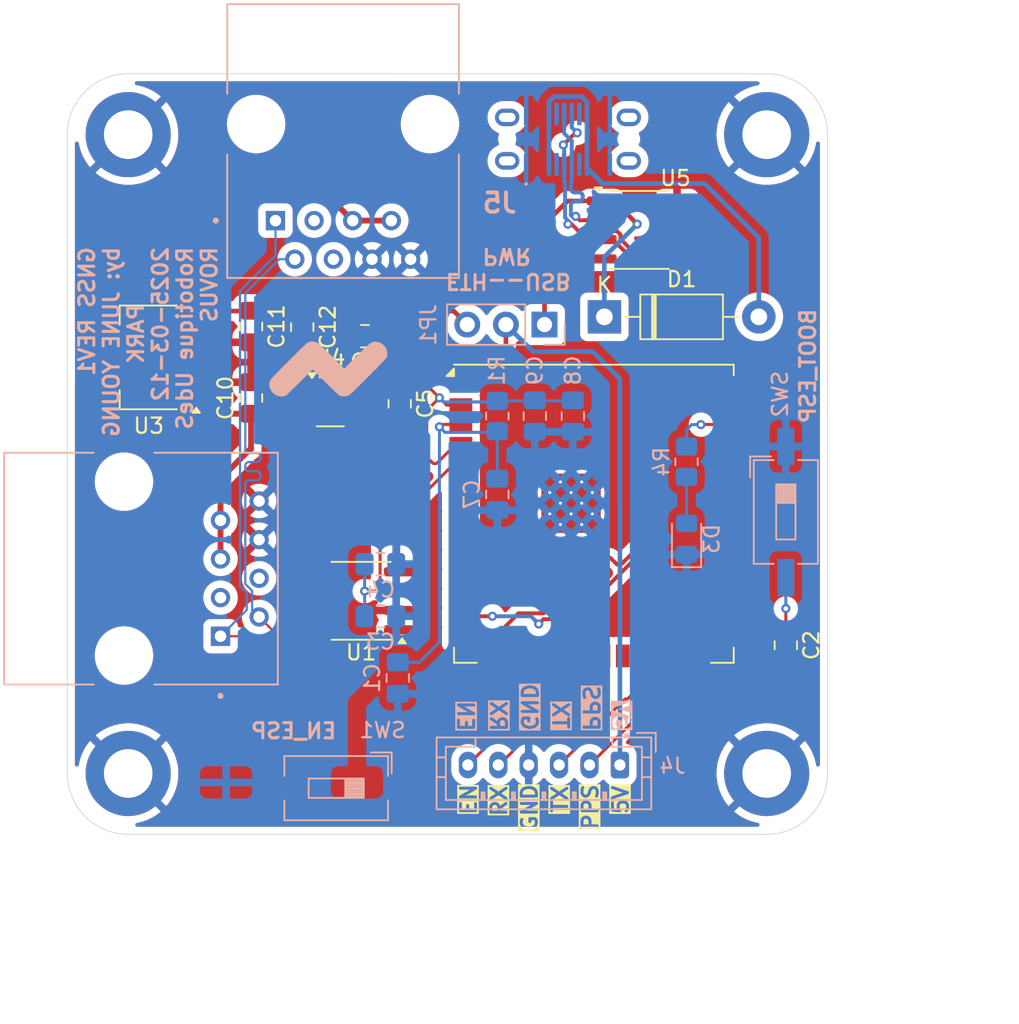
<source format=kicad_pcb>
(kicad_pcb (version 20240108) (generator "pcbnew") (generator_version "8.0")
  (layers (0 "F.Cu" signal) (1 "In1.Cu" signal) (2 "In2.Cu" signal) (31 "B.Cu" signal) (34 "B.Paste" user) (35 "F.Paste" user) (36 "B.SilkS" user "B.Silkscreen") (37 "F.SilkS" user "F.Silkscreen") (38 "B.Mask" user) (39 "F.Mask" user) (44 "Edge.Cuts" user))
  (net 0 "")
  (net 1 "GND")
  (net 2 "GPIO_0")
  (net 3 "+5V")
  (net 4 "+24V")
  (net 5 "EN_ESP")
  (net 6 "+3.3V")
  (net 7 "Net-(D3-A)")
  (net 9 "CAN_P")
  (net 13 "USB_P")
  (net 14 "+5V_USB")
  (net 15 "VBUS")
  (net 18 "USB_N")
  (net 19 "GNSS_RX")
  (net 20 "GNSS_PPS")
  (net 21 "GNSS_TX")
  (net 22 "GNSS_EN")
  (net 23 "LED_BUILDIN")
  (net 24 "TXC")
  (net 25 "RXC")
  (net 53 "CAN_N")
  (net 61 "+5V_ETH")
  (footprint "Capacitor_SMD:C_0805_2012Metric_Pad1.18x1.45mm_HandSolder" (layer "F.Cu") (at 149.86 91.694 -90)
    (property "Reference" "C5")
    (property "Value" "10uF")
  )
  (footprint "MountingHole:MountingHole_3.2mm_M3_DIN965_Pad_TopBottom" (layer "F.Cu") (at 174 74)
    (property "Reference" "H3" (hide yes))
    (property "Value" "MountingHole_Pad")
  )
  (footprint "MountingHole:MountingHole_3.2mm_M3_DIN965_Pad_TopBottom" (layer "F.Cu") (at 132 74)
    (property "Reference" "H2" (hide yes))
    (property "Value" "MountingHole_Pad")
  )
  (footprint "Diode_THT:D_DO-41_SOD81_P10.16mm_Horizontal" (layer "F.Cu") (at 163.322 85.979)
    (property "Reference" "D1")
    (property "Value" "SB140")
  )
  (footprint "MountingHole:MountingHole_3.2mm_M3_DIN965_Pad_TopBottom" (layer "F.Cu") (at 132 116)
    (property "Reference" "H4" (hide yes))
    (property "Value" "MountingHole_Pad")
  )
  (footprint "Capacitor_SMD:C_0805_2012Metric_Pad1.18x1.45mm_HandSolder" (layer "F.Cu") (at 175.26 107.569 -90)
    (property "Reference" "C2")
    (property "Value" "100nF")
  )
  (footprint "Package_TO_SOT_SMD:SOT-223-3_TabPin2" (layer "F.Cu") (at 133.35 88.646 180)
    (property "Reference" "U3")
    (property "Value" "LDO-LM7805MPX/NOPB")
  )
  (footprint "Capacitor_SMD:C_0805_2012Metric_Pad1.18x1.45mm_HandSolder" (layer "F.Cu") (at 143.45 86.65 -90)
    (property "Reference" "C12")
    (property "Value" "10uF")
  )
  (footprint "RF_Module:ESP32-S3-WROOM-1U" (layer "F.Cu") (at 162.632282 98.924)
    (property "Reference" "U2" (hide yes))
    (property "Value" "ESP32-S3-WROVER" (hide yes))
  )
  (footprint "Package_SO:SOIC-8_3.9x4.9mm_P1.27mm" (layer "F.Cu") (at 147.32 104.648 180)
    (property "Reference" "U1")
    (property "Value" "SN65HVD232")
  )
  (footprint "Capacitor_SMD:C_0805_2012Metric_Pad1.18x1.45mm_HandSolder" (layer "F.Cu") (at 147.574 87.249 180)
    (property "Reference" "C6")
    (property "Value" "10uF")
  )
  (footprint "Package_SO:SOIC-8_3.9x4.9mm_P1.27mm" (layer "F.Cu") (at 165.628 80.264)
    (property "Reference" "U5")
    (property "Value" "TVS")
  )
  (footprint "MountingHole:MountingHole_3.2mm_M3_DIN965_Pad_TopBottom" (layer "F.Cu") (at 174 116)
    (property "Reference" "H1" (hide yes))
    (property "Value" "MountingHole_Pad")
  )
  (footprint "Capacitor_SMD:C_0805_2012Metric_Pad1.18x1.45mm_HandSolder" (layer "F.Cu") (at 140.081 91.313 90)
    (property "Reference" "C10")
    (property "Value" "10uF")
  )
  (footprint "Package_TO_SOT_SMD:SOT-23-5_HandSoldering" (layer "F.Cu") (at 145.288 91.567)
    (property "Reference" "U4")
    (property "Value" "LDO-TLV74033PDBVR")
  )
  (footprint "Capacitor_SMD:C_0805_2012Metric_Pad1.18x1.45mm_HandSolder" (layer "F.Cu") (at 140.081 86.614 -90)
    (property "Reference" "C11")
    (property "Value" "100nF")
  )
  (footprint "Capacitor_SMD:C_0805_2012Metric_Pad1.18x1.45mm_HandSolder" (layer "B.Cu") (at 156.282282 97.654 -90)
    (property "Reference" "C7")
    (property "Value" "1uF")
  )
  (footprint "Capacitor_SMD:C_0805_2012Metric_Pad1.18x1.45mm_HandSolder" (layer "B.Cu") (at 158.75 92.5 -90)
    (property "Reference" "C9")
    (property "Value" "10uF")
  )
  (footprint "Connector_JST:JST_PH_B6B-PH-K_1x06_P2.00mm_Vertical" (layer "B.Cu") (at 164.345 115.443 180)
    (property "Reference" "J4")
    (property "Value" "JST6_Pin")
  )
  (footprint "LOGO" (layer "B.Cu") (at 145.396502 89.568877 90)
    (property "Reference" "G***" (hide yes))
    (property "Value" "LOGO" (hide yes))
  )
  (footprint "RoverFootprint:Ethernet_Horizontal" (layer "B.Cu") (at 146.1335 73.302)
    (property "Reference" "J2" (hide yes))
    (property "Value" "Eth-Horiz" (hide yes))
  )
  (footprint "RoverFootprint:Ethernet_Horizontal" (layer "B.Cu") (at 131.722 102.5325 90)
    (property "Reference" "J1" (hide yes))
    (property "Value" "Eth-Horiz" (hide yes))
  )
  (footprint "LED_SMD:LED_0805_2012Metric_Pad1.15x1.40mm_HandSolder" (layer "B.Cu") (at 168.728282 100.575 90)
    (property "Reference" "D3")
    (property "Value" "B")
  )
  (footprint "Capacitor_SMD:C_0805_2012Metric_Pad1.18x1.45mm_HandSolder" (layer "B.Cu") (at 161.25 92.5 90)
    (property "Reference" "C8")
    (property "Value" "100nF")
  )
  (footprint "Capacitor_SMD:C_0805_2012Metric_Pad1.18x1.45mm_HandSolder" (layer "B.Cu") (at 148.59 105.664)
    (property "Reference" "C3")
    (property "Value" "22uF")
  )
  (footprint "Resistor_SMD:R_0805_2012Metric_Pad1.20x1.40mm_HandSolder" (layer "B.Cu") (at 156.282282 92.5 -90)
    (property "Reference" "R1")
    (property "Value" "10k")
  )
  (footprint "Capacitor_SMD:C_0805_2012Metric_Pad1.18x1.45mm_HandSolder" (layer "B.Cu") (at 149.733 109.728 -90)
    (property "Reference" "C1")
    (property "Value" "100nF")
  )
  (footprint "RoverFootprint:USB4145_GCT" (layer "B.Cu") (at 160.929 74.295)
    (property "Reference" "J5")
    (property "Value" "USB_C_USB4145-GCT" (hide yes))
  )
  (footprint "Capacitor_SMD:C_0805_2012Metric_Pad1.18x1.45mm_HandSolder" (layer "B.Cu") (at 148.59 102.235)
    (property "Reference" "C4")
    (property "Value" "100nF")
  )
  (footprint "Button_Switch_SMD:SW_DIP_SPSTx01_Slide_6.7x4.1mm_W8.61mm_P2.54mm_LowProfile" (layer "B.Cu") (at 145.682 116.967 180)
    (property "Reference" "SW1")
    (property "Value" "TS09-63-25-WT-160-SMT-TR")
  )
  (footprint "Resistor_SMD:R_0805_2012Metric_Pad1.20x1.40mm_HandSolder" (layer "B.Cu") (at 168.728282 95.504 -90)
    (property "Reference" "R4")
    (property "Value" "1k")
  )
  (footprint "Connector_PinHeader_2.54mm:PinHeader_1x03_P2.54mm_Vertical" (layer "B.Cu") (at 159.385 86.487 90)
    (property "Reference" "JP1")
    (property "Value" "Selector-Jumper_3_Open")
  )
  (footprint "Button_Switch_SMD:SW_DIP_SPSTx01_Slide_6.7x4.1mm_W8.61mm_P2.54mm_LowProfile" (layer "B.Cu") (at 175.26 98.806 -90)
    (property "Reference" "SW2")
    (property "Value" "TS09-63-25-WT-160-SMT-TR")
  )
  (gr_arc (start 174 70) (mid 176.828427 71.171573) (end 178 74) (stroke (width 0.05)) (layer "Edge.Cuts"))
  (gr_arc (start 178 116) (mid 176.828427 118.828427) (end 174 120) (stroke (width 0.05)) (layer "Edge.Cuts"))
  (gr_line (start 174 120) (end 132 120) (stroke (width 0.05)) (layer "Edge.Cuts"))
  (gr_line (start 178 74) (end 178 116) (stroke (width 0.05)) (layer "Edge.Cuts"))
  (gr_line (start 128 116) (end 128.000001 73.75) (stroke (width 0.05)) (layer "Edge.Cuts"))
  (gr_arc (start 128.000001 73.75) (mid 129.255866 71.079003) (end 132 69.992196) (stroke (width 0.05)) (layer "Edge.Cuts"))
  (gr_line (start 132 69.992196) (end 174 70) (stroke (width 0.05)) (layer "Edge.Cuts"))
  (gr_arc (start 132 120) (mid 129.171573 118.828427) (end 128 116) (stroke (width 0.05)) (layer "Edge.Cuts"))
  (gr_text "PWR" (at 155.194 81.407 180) (layer "B.SilkS") (effects (font (size 1 1) (thickness 0.2) (bold yes)) (justify left bottom mirror)))
  (gr_text "BOOT_ESP" (at 177.292 85.344 90) (layer "B.SilkS") (effects (font (size 1 1) (thickness 0.2) (bold yes)) (justify left bottom mirror)))
  (gr_text "TX" (at 160.4264 111.2012 -90) (layer "B.SilkS" knockout) (effects (font (size 1 1) (thickness 0.2) (bold yes)) (justify right mirror)))
  (gr_text "EN_ESP" (at 145.796 113.792 0) (layer "B.SilkS") (effects (font (size 1 1) (thickness 0.2) (bold yes)) (justify left bottom mirror)))
  (gr_text "GND" (at 158.369 109.982 -90) (layer "B.SilkS" knockout) (effects (font (size 1 1) (thickness 0.2) (bold yes)) (justify right mirror)))
  (gr_text "PPS" (at 162.433 110.109 -90) (layer "B.SilkS" knockout) (effects (font (size 1 1) (thickness 0.2) (bold yes)) (justify right mirror)))
  (gr_text "5V" (at 164.4142 111.2012 -90) (layer "B.SilkS" knockout) (effects (font (size 1 1) (thickness 0.2) (bold yes)) (justify right mirror)))
  (gr_text "EN" (at 154.178 111.125 -90) (layer "B.SilkS" knockout) (effects (font (size 1 1) (thickness 0.2) (bold yes)) (justify right mirror)))
  (gr_text "ETH--USB" (at 152.781 83.058 180) (layer "B.SilkS") (effects (font (size 1 1) (thickness 0.2) (bold yes)) (justify left bottom mirror)))
  (gr_text "RX" (at 156.337 111.125 -90) (layer "B.SilkS" knockout) (effects (font (size 1 1) (thickness 0.2) (bold yes)) (justify right mirror)))
  (gr_text "GNSS REV1\nby: JUNE YOUNG\n	PARK\n2025-03-12\nRobotique UdeS\nROVUS\n" (at 137.922 81.28 90) (layer "B.SilkS") (effects (font (size 1 1) (thickness 0.2) (bold yes)) (justify left bottom mirror)))
  (gr_text "EN" (at 154.4 116.6 90) (layer "F.SilkS" knockout) (effects (font (size 1 1) (thickness 0.2) (bold yes)) (justify right)))
  (gr_text "TX" (at 160.4 116.7 90) (layer "F.SilkS" knockout) (effects (font (size 1 1) (thickness 0.2) (bold yes)) (justify right)))
  (gr_text "GND" (at 158.4 116.6 90) (layer "F.SilkS" knockout) (effects (font (size 1 1) (thickness 0.2) (bold yes)) (justify right)))
  (gr_text "5V" (at 164.4 116.7 90) (layer "F.SilkS" knockout) (effects (font (size 1 1) (thickness 0.2) (bold yes)) (justify right)))
  (gr_text "RX" (at 156.4 116.7 90) (layer "F.SilkS" knockout) (effects (font (size 1 1) (thickness 0.2) (bold yes)) (justify right)))
  (gr_text "PPS" (at 162.4 116.6 90) (layer "F.SilkS" knockout) (effects (font (size 1 1) (thickness 0.2) (bold yes)) (justify right)))
  (segment (start 174.7675 107.024) (end 175.26 106.5315) (width 0.2) (layer "F.Cu") (net 2))
  (segment (start 171.382282 107.024) (end 174.7675 107.024) (width 0.2) (layer "F.Cu") (net 2))
  (segment (start 175.26 106.5315) (end 175.26 105.156) (width 0.2) (layer "F.Cu") (net 2))
  (via (at 175.26 105.156) (size 0.6) (drill 0.3) (layers "F.Cu" "B.Cu") (net 2))
  (segment (start 175.26 105.156) (end 175.26 103.111) (width 0.2) (layer "B.Cu") (net 2))
  (segment (start 147.828 88.9) (end 144.907 88.9) (width 0.3048) (layer "F.Cu") (net 3))
  (segment (start 143.938 89.869) (end 143.938 90.617) (width 0.3048) (layer "F.Cu") (net 3))
  (segment (start 145.25 91.25) (end 145.25 92) (width 0.3048) (layer "F.Cu") (net 3))
  (segment (start 144.907 88.9) (end 143.938 89.869) (width 0.3048) (layer "F.Cu") (net 3))
  (segment (start 144.733 92.517) (end 143.938 92.517) (width 0.3048) (layer "F.Cu") (net 3))
  (segment (start 145.25 92) (end 144.733 92.517) (width 0.3048) (layer "F.Cu") (net 3))
  (segment (start 156.845 87.884) (end 156.464 88.265) (width 0.3048) (layer "F.Cu") (net 3))
  (segment (start 156.464 88.265) (end 150.749 88.265) (width 0.3048) (layer "F.Cu") (net 3))
  (segment (start 143.938 90.617) (end 144.617 90.617) (width 0.3048) (layer "F.Cu") (net 3))
  (segment (start 150.749 88.265) (end 149.733 87.249) (width 0.3048) (layer "F.Cu") (net 3))
  (segment (start 149.733 87.249) (end 148.6115 87.249) (width 0.3048) (layer "F.Cu") (net 3))
  (segment (start 148.6115 88.1165) (end 147.828 88.9) (width 0.3048) (layer "F.Cu") (net 3))
  (segment (start 144.617 90.617) (end 145.25 91.25) (width 0.3048) (layer "F.Cu") (net 3))
  (segment (start 156.845 86.487) (end 156.845 87.884) (width 0.3048) (layer "F.Cu") (net 3))
  (segment (start 148.6115 87.249) (end 148.6115 88.1165) (width 0.3048) (layer "F.Cu") (net 3))
  (segment (start 162.56 88.265) (end 164.338 90.043) (width 0.3048) (layer "B.Cu") (net 3))
  (segment (start 164.345 98.418) (end 164.345 115.443) (width 0.3048) (layer "B.Cu") (net 3))
  (segment (start 164.345 98.178) (end 164.338 98.171) (width 0.2) (layer "B.Cu") (net 3))
  (segment (start 156.845 86.487) (end 158.623 88.265) (width 0.3048) (layer "B.Cu") (net 3))
  (segment (start 164.345 98.418) (end 164.345 98.178) (width 0.3048) (layer "B.Cu") (net 3))
  (segment (start 164.338 90.043) (end 164.338 98.171) (width 0.3048) (layer "B.Cu") (net 3))
  (segment (start 158.623 88.265) (end 162.56 88.265) (width 0.3048) (layer "B.Cu") (net 3))
  (segment (start 134.112 85.2424) (end 134.112 83.82) (width 0.381) (layer "F.Cu") (net 4))
  (segment (start 138.072 96.624) (end 138.072 99.3575) (width 0.381) (layer "F.Cu") (net 4))
  (segment (start 138.072 101.8975) (end 138.072 99.3575) (width 0.381) (layer "F.Cu") (net 4))
  (segment (start 134.112 85.2424) (end 134.112 89.8906) (width 0.381) (layer "F.Cu") (net 4))
  (segment (start 140.081 94.669) (end 140.081 92.3505) (width 0.381) (layer "F.Cu") (net 4))
  (segment (start 140.027 94.669) (end 140.081 94.669) (width 0.381) (layer "F.Cu") (net 4))
  (segment (start 134.112 83.82) (end 139.954 77.978) (width 0.381) (layer "F.Cu") (net 4))
  (segment (start 145.0945 77.978) (end 146.7685 79.652) (width 0.381) (layer "F.Cu") (net 4))
  (segment (start 139.196 95.5) (end 140.027 94.669) (width 0.381) (layer "F.Cu") (net 4))
  (segment (start 134.112 89.8906) (end 135.1674 90.946) (width 0.381) (layer "F.Cu") (net 4))
  (segment (start 137.9045 92.3505) (end 136.5 90.946) (width 0.381) (layer "F.Cu") (net 4))
  (segment (start 139.196 95.5) (end 138.072 96.624) (width 0.381) (layer "F.Cu") (net 4))
  (segment (start 140.081 92.3505) (end 137.9045 92.3505) (width 0.381) (layer "F.Cu") (net 4))
  (segment (start 139.954 77.978) (end 145.0945 77.978) (width 0.381) (layer "F.Cu") (net 4))
  (segment (start 146.7685 79.652) (end 149.3085 79.652) (width 0.381) (layer "F.Cu") (net 4))
  (segment (start 135.1674 90.946) (end 136.5 90.946) (width 0.381) (layer "F.Cu") (net 4))
  (segment (start 152.627282 93.054) (end 152.472282 93.209) (width 0.2032) (layer "F.Cu") (net 5))
  (segment (start 153.882282 93.054) (end 152.627282 93.054) (width 0.2032) (layer "F.Cu") (net 5))
  (via (at 152.472282 93.209) (size 0.6) (drill 0.3) (layers "F.Cu" "B.Cu") (net 5))
  (segment (start 152.837282 93.574) (end 156.282282 93.574) (width 0.2032) (layer "B.Cu") (net 5))
  (segment (start 156.282282 96.6165) (end 156.282282 93.574) (width 0.2) (layer "B.Cu") (net 5))
  (segment (start 152.472282 93.209) (end 152.837282 93.574) (width 0.2032) (layer "B.Cu") (net 5))
  (segment (start 152.472282 93.209) (end 152.472282 107.369718) (width 0.2) (layer "B.Cu") (net 5))
  (segment (start 151.1515 108.6905) (end 149.733 108.6905) (width 0.2) (layer "B.Cu") (net 5))
  (segment (start 152.472282 107.369718) (end 151.1515 108.6905) (width 0.2) (layer "B.Cu") (net 5))
  (segment (start 151.638 94.488) (end 148.57 97.556) (width 0.2) (layer "F.Cu") (net 6))
  (segment (start 151.638 92.202) (end 151.638 94.488) (width 0.2) (layer "F.Cu") (net 6))
  (segment (start 153.882282 91.784) (end 152.952282 91.784) (width 0.2032) (layer "F.Cu") (net 6))
  (segment (start 151.922282 91.917718) (end 151.638 92.202) (width 0.2) (layer "F.Cu") (net 6))
  (segment (start 151.824782 90.6565) (end 152.472282 91.304) (width 0.2) (layer "F.Cu") (net 6))
  (segment (start 149.86 90.6565) (end 151.824782 90.6565) (width 0.2) (layer "F.Cu") (net 6))
  (segment (start 151.922282 91.854) (end 151.922282 91.917718) (width 0.2) (layer "F.Cu") (net 6))
  (segment (start 148.717 104.013) (end 149.795 104.013) (width 0.2) (layer "F.Cu") (net 6))
  (segment (start 152.472282 91.304) (end 151.922282 91.854) (width 0.2) (layer "F.Cu") (net 6))
  (segment (start 149.795 104.013) (end 147.5525 104.013) (width 0.2) (layer "F.Cu") (net 6))
  (segment (start 152.952282 91.784) (end 152.472282 91.304) (width 0.2032) (layer "F.Cu") (net 6))
  (segment (start 146.6775 90.6565) (end 149.86 90.6565) (width 0.2) (layer "F.Cu") (net 6))
  (segment (start 146.638 90.617) (end 146.6775 90.6565) (width 0.2) (layer "F.Cu") (net 6))
  (segment (start 148.57 97.556) (end 148.57 103.866) (width 0.2) (layer "F.Cu") (net 6))
  (segment (start 148.57 103.866) (end 148.717 104.013) (width 0.2) (layer "F.Cu") (net 6))
  (via (at 147.5525 104.013) (size 0.6) (drill 0.3) (layers "F.Cu" "B.Cu") (net 6))
  (via (at 152.472282 91.304) (size 0.6) (drill 0.3) (layers "F.Cu" "B.Cu") (net 6))
  (segment (start 147.5525 105.664) (end 147.5525 104.013) (width 0.2) (layer "B.Cu") (net 6))
  (segment (start 152.472282 91.304) (end 152.742282 91.574) (width 0.2032) (layer "B.Cu") (net 6))
  (segment (start 147.5525 104.013) (end 147.5525 102.235) (width 0.2) (layer "B.Cu") (net 6))
  (segment (start 156.282282 91.5) (end 161.2125 91.5) (width 0.2) (layer "B.Cu") (net 6))
  (segment (start 152.742282 91.574) (end 156.282282 91.574) (width 0.2032) (layer "B.Cu") (net 6))
  (segment (start 161.2125 91.5) (end 161.25 91.4625) (width 0.2) (layer "B.Cu") (net 6))
  (segment (start 168.728282 96.504) (end 168.728282 99.55) (width 0.2) (layer "B.Cu") (net 7))
  (segment (start 138.072 106.9775) (end 142.376211 106.9775) (width 0.14732) (layer "F.Cu") (net 9))
  (segment (start 142.376211 106.9775) (end 144.070711 105.283) (width 0.14732) (layer "F.Cu") (net 9))
  (segment (start 144.070711 105.283) (end 144.845 105.283) (width 0.14732) (layer "F.Cu") (net 9))
  (segment (start 141.6885 81.944144) (end 141.6885 79.652) (width 0.14732) (layer "B.Cu") (net 9))
  (segment (start 139.801739 105.247761) (end 139.801739 104.136547) (width 0.14732) (layer "B.Cu") (net 9))
  (segment (start 139.35384 103.688648) (end 139.35384 84.278804) (width 0.14732) (layer "B.Cu") (net 9))
  (segment (start 139.35384 84.278804) (end 141.6885 81.944144) (width 0.14732) (layer "B.Cu") (net 9))
  (segment (start 138.072 106.9775) (end 139.801739 105.247761) (width 0.14732) (layer "B.Cu") (net 9))
  (segment (start 139.801739 104.136547) (end 139.35384 103.688648) (width 0.14732) (layer "B.Cu") (net 9))
  (segment (start 163.337234 101.953984) (end 163.422089 101.86913) (width 0.257048) (layer "F.Cu") (net 13))
  (segment (start 163.879874 80.899) (end 163.153 80.899) (width 0.257048) (layer "F.Cu") (net 13))
  (segment (start 163.761499 101.869131) (end 164.117698 102.22533) (width 0.257048) (layer "F.Cu") (net 13))
  (segment (start 162.760051 103.922388) (end 162.844902 103.837535) (width 0.257048) (layer "F.Cu") (net 13))
  (segment (start 162.844902 103.837535) (end 162.844902 103.837534) (width 0.257048) (layer "F.Cu") (net 13))
  (segment (start 161.21046 105.471976) (end 161.996372 104.686064) (width 0.257048) (layer "F.Cu") (net 13))
  (segment (start 161.798 80.518) (end 162.179 80.899) (width 0.257048) (layer "F.Cu") (net 13))
  (segment (start 163.693433 102.649592) (end 163.337235 102.293394) (width 0.257048) (layer "F.Cu") (net 13))
  (segment (start 156.12 107.024) (end 157.672024 105.471976) (width 0.257048) (layer "F.Cu") (net 13))
  (segment (start 160.925966 79.886034) (end 161.168471 79.886034) (width 0.257048) (layer "F.Cu") (net 13))
  (segment (start 162.913002 102.717691) (end 163.269169 103.073858) (width 0.257048) (layer "F.Cu") (net 13))
  (segment (start 165.923976 100.75846) (end 165.923976 82.943102) (width 0.257048) (layer "F.Cu") (net 13))
  (segment (start 161.418513 73.880963) (end 160.623476 74.676) (width 0.257048) (layer "F.Cu") (net 13))
  (segment (start 161.640255 103.651122) (end 161.725108 103.56627) (width 0.257048) (layer "F.Cu") (net 13))
  (segment (start 163.693432 102.989005) (end 163.693432 102.989004) (width 0.257048) (layer "F.Cu") (net 13))
  (segment (start 164.45711 102.225329) (end 164.541962 102.140475) (width 0.257048) (layer "F.Cu") (net 13))
  (segment (start 160.099289 104.711976) (end 160.099289 105.231976) (width 0.257048) (layer "F.Cu") (net 13))
  (segment (start 160.459289 105.471976) (end 161.21046 105.471976) (width 0.257048) (layer "F.Cu") (net 13))
  (segment (start 162.06452 103.566269) (end 162.420639 103.922388) (width 0.257048) (layer "F.Cu") (net 13))
  (segment (start 165.923976 82.943102) (end 163.879874 80.899) (width 0.257048) (layer "F.Cu") (net 13))
  (segment (start 162.844903 103.498122) (end 162.488737 103.141956) (width 0.257048) (layer "F.Cu") (net 13))
  (segment (start 157.672024 105.471976) (end 159.259289 105.471976) (width 0.257048) (layer "F.Cu") (net 13))
  (segment (start 159.739289 104.471976) (end 159.859289 104.471976) (width 0.257048) (layer "F.Cu") (net 13))
  (segment (start 164.541962 102.140475) (end 165.001581 101.680855) (width 0.257048) (layer "F.Cu") (net 13))
  (segment (start 162.488737 102.802544) (end 162.57359 102.717692) (width 0.257048) (layer "F.Cu") (net 13))
  (segment (start 160.339289 105.471976) (end 160.459289 105.471976) (width 0.257048) (layer "F.Cu") (net 13))
  (segment (start 161.996373 104.346652) (end 161.640255 103.990534) (width 0.257048) (layer "F.Cu") (net 13))
  (segment (start 153.882282 107.024) (end 156.12 107.024) (width 0.257048) (layer "F.Cu") (net 13))
  (segment (start 162.179 80.899) (end 163.153 80.899) (width 0.257048) (layer "F.Cu") (net 13))
  (segment (start 165.001581 101.680855) (end 165.360761 101.321675) (width 0.257048) (layer "F.Cu") (net 13))
  (segment (start 161.533199 73.880963) (end 161.418513 73.880963) (width 0.257048) (layer "F.Cu") (net 13))
  (segment (start 161.168471 79.886034) (end 161.798 80.515563) (width 0.257048) (layer "F.Cu") (net 13))
  (segment (start 159.499289 105.231976) (end 159.499289 104.711976) (width 0.257048) (layer "F.Cu") (net 13))
  (segment (start 161.798 80.515563) (end 161.798 80.518) (width 0.257048) (layer "F.Cu") (net 13))
  (segment (start 165.360761 101.321675) (end 165.923976 100.75846) (width 0.257048) (layer "F.Cu") (net 13))
  (segment (start 163.608581 103.073858) (end 163.693432 102.989005) (width 0.257048) (layer "F.Cu") (net 13))
  (via (at 160.925966 79.886034) (size 0.6) (drill 0.3) (layers "F.Cu" "B.Cu") (net 13))
  (via (at 160.623476 74.676) (size 0.6) (drill 0.3) (layers "F.Cu" "B.Cu") (net 13))
  (via (at 161.533199 73.880963) (size 0.6) (drill 0.3) (layers "F.Cu" "B.Cu") (net 13))
  (arc (start 163.269169 103.073858) (mid 163.438874 103.144154) (end 163.608581 103.073858) (width 0.257048) (layer "F.Cu") (net 13))
  (arc (start 163.693432 102.989004) (mid 163.763727 102.819298) (end 163.693433 102.649592) (width 0.257048) (layer "F.Cu") (net 13))
  (arc (start 161.996372 104.686064) (mid 162.066667 104.516358) (end 161.996373 104.346652) (width 0.257048) (layer "F.Cu") (net 13))
  (arc (start 160.099289 105.231976) (mid 160.169583 105.401682) (end 160.339289 105.471976) (width 0.257048) (layer "F.Cu") (net 13))
  (arc (start 161.725108 103.56627) (mid 161.894815 103.495974) (end 162.06452 103.566269) (width 0.257048) (layer "F.Cu") (net 13))
  (arc (start 163.422089 101.86913) (mid 163.591794 101.798836) (end 163.761499 101.869131) (width 0.257048) (layer "F.Cu") (net 13))
  (arc (start 164.117698 102.22533) (mid 164.287403 102.295625) (end 164.45711 102.225329) (width 0.257048) (layer "F.Cu") (net 13))
  (arc (start 162.488737 103.141956) (mid 162.418441 102.972251) (end 162.488737 102.802544) (width 0.257048) (layer "F.Cu") (net 13))
  (arc (start 162.844902 103.837534) (mid 162.915197 103.667828) (end 162.844903 103.498122) (width 0.257048) (layer "F.Cu") (net 13))
  (arc (start 162.420639 103.922388) (mid 162.590344 103.992684) (end 162.760051 103.922388) (width 0.257048) (layer "F.Cu") (net 13))
  (arc (start 159.859289 104.471976) (mid 160.028995 104.54227) (end 160.099289 104.711976) (width 0.257048) (layer "F.Cu") (net 13))
  (arc (start 159.259289 105.471976) (mid 159.428995 105.401682) (end 159.499289 105.231976) (width 0.257048) (layer "F.Cu") (net 13))
  (arc (start 163.337235 102.293394) (mid 163.266941 102.123688) (end 163.337234 101.953984) (width 0.257048) (layer "F.Cu") (net 13))
  (arc (start 159.499289 104.711976) (mid 159.569583 104.54227) (end 159.739289 104.471976) (width 0.257048) (layer "F.Cu") (net 13))
  (arc (start 161.640255 103.990534) (mid 161.569959 103.820829) (end 161.640255 103.651122) (width 0.257048) (layer "F.Cu") (net 13))
  (arc (start 162.57359 102.717692) (mid 162.743297 102.647396) (end 162.913002 102.717691) (width 0.257048) (layer "F.Cu") (net 13))
  (segment (start 160.925966 79.643529) (end 160.925966 79.886034) (width 0.257048) (layer "B.Cu") (net 13))
  (segment (start 160.679 77.067501) (end 160.736976 77.125477) (width 0.257048) (layer "B.Cu") (net 13))
  (segment (start 160.679 75.95) (end 160.679 77.067501) (width 0.257048) (layer "B.Cu") (net 13))
  (segment (start 161.179 72.64) (end 161.179 73.526764) (width 0.257048) (layer "B.Cu") (net 13))
  (segment (start 161.179 73.526764) (end 161.533199 73.880963) (width 0.257048) (layer "B.Cu") (net 13))
  (segment (start 160.679 74.731524) (end 160.679 75.95) (width 0.257048) (layer "B.Cu") (net 13))
  (segment (start 160.623476 74.676) (end 160.679 74.731524) (width 0.257048) (layer "B.Cu") (net 13))
  (segment (start 160.736976 77.125477) (end 160.736976 79.454539) (width 0.257048) (layer "B.Cu") (net 13))
  (segment (start 160.736976 79.454539) (end 160.925966 79.643529) (width 0.257048) (layer "B.Cu") (net 13))
  (segment (start 163.153 78.359) (end 160.909 78.359) (width 0.3048) (layer "F.Cu") (net 14))
  (segment (start 165.481 79.883) (end 163.957 78.359) (width 0.3048) (layer "F.Cu") (net 14))
  (segment (start 160.909 78.359) (end 159.385 79.883) (width 0.3048) (layer "F.Cu") (net 14))
  (segment (start 159.385 79.883) (end 159.385 86.487) (width 0.3048) (layer "F.Cu") (net 14))
  (segment (start 163.957 78.359) (end 163.153 78.359) (width 0.3048) (layer "F.Cu") (net 14))
  (via (at 165.481 79.883) (size 0.6) (drill 0.3) (layers "F.Cu" "B.Cu") (net 14))
  (segment (start 163.322 85.979) (end 163.322 82.042) (width 0.3048) (layer "B.Cu") (net 14))
  (segment (start 163.322 82.042) (end 165.481 79.883) (width 0.3048) (layer "B.Cu") (net 14))
  (segment (start 161.819804 71.5) (end 162.179 71.859196) (width 0.3048) (layer "B.Cu") (net 15))
  (segment (start 159.679 72.64) (end 159.679 71.821) (width 0.3048) (layer "B.Cu") (net 15))
  (segment (start 169.926 77.216) (end 173.482 80.772) (width 0.3048) (layer "B.Cu") (net 15))
  (segment (start 162.179 71.859196) (end 162.179 72.64) (width 0.3048) (layer "B.Cu") (net 15))
  (segment (start 162.179 72.64) (end 162.179 75.95) (width 0.3048) (layer "B.Cu") (net 15))
  (segment (start 163.195 77.216) (end 169.926 77.216) (width 0.3048) (layer "B.Cu") (net 15))
  (segment (start 162.179 75.95) (end 162.179 76.2) (width 0.3048) (layer "B.Cu") (net 15))
  (segment (start 162.179 76.2) (end 163.195 77.216) (width 0.3048) (layer "B.Cu") (net 15))
  (segment (start 159.679 72.64) (end 159.679 75.95) (width 0.3048) (layer "B.Cu") (net 15))
  (segment (start 173.482 80.772) (end 173.482 85.979) (width 0.3048) (layer "B.Cu") (net 15))
  (segment (start 159.679 71.821) (end 160 71.5) (width 0.3048) (layer "B.Cu") (net 15))
  (segment (start 160 71.5) (end 161.819804 71.5) (width 0.3048) (layer "B.Cu") (net 15))
  (segment (start 153.972282 105.664) (end 153.882282 105.754) (width 0.257048) (layer "F.Cu") (net 18))
  (segment (start 163.153 79.629) (end 163.867476 80.343476) (width 0.257048) (layer "F.Cu") (net 18))
  (segment (start 161.440034 79.371966) (end 161.697068 79.629) (width 0.257048) (layer "F.Cu") (net 18))
  (segment (start 166.308024 100.91754) (end 161.36954 105.856024) (width 0.257048) (layer "F.Cu") (net 18))
  (segment (start 166.308024 82.784024) (end 166.308024 100.91754) (width 0.257048) (layer "F.Cu") (net 18))
  (segment (start 159.319976 105.856024) (end 159.004 106.172) (width 0.257048) (layer "F.Cu") (net 18))
  (segment (start 161.697068 79.629) (end 163.153 79.629) (width 0.257048) (layer "F.Cu") (net 18))
  (segment (start 164.15013 80.343476) (end 164.383524 80.57687) (width 0.257048) (layer "F.Cu") (net 18))
  (segment (start 164.383524 80.859524) (end 166.308024 82.784024) (width 0.257048) (layer "F.Cu") (net 18))
  (segment (start 164.383524 80.57687) (end 164.383524 80.859524) (width 0.257048) (layer "F.Cu") (net 18))
  (segment (start 159.512 105.856024) (end 159.319976 105.856024) (width 0.257048) (layer "F.Cu") (net 18))
  (segment (start 155.956 105.664) (end 153.972282 105.664) (width 0.257048) (layer "F.Cu") (net 18))
  (segment (start 163.867476 80.343476) (end 164.15013 80.343476) (width 0.257048) (layer "F.Cu") (net 18))
  (segment (start 161.36954 105.856024) (end 159.512 105.856024) (width 0.257048) (layer "F.Cu") (net 18))
  (via (at 161.440034 79.371966) (size 0.6) (drill 0.3) (layers "F.Cu" "B.Cu") (net 18))
  (via (at 155.956 105.664) (size 0.6) (drill 0.3) (layers "F.Cu" "B.Cu") (net 18))
  (via (at 159.004 106.172) (size 0.6) (drill 0.3) (layers "F.Cu" "B.Cu") (net 18))
  (segment (start 161.361024 78.400441) (end 161.660149 78.400441) (width 0.257048) (layer "B.Cu") (net 18))
  (segment (start 161.440034 79.371966) (end 161.197529 79.371966) (width 0.257048) (layer "B.Cu") (net 18))
  (segment (start 161.900149 78.160441) (end 161.900149 78.040441) (width 0.257048) (layer "B.Cu") (net 18))
  (segment (start 160.679 72.64) (end 160.679 73.918) (width 0.257048) (layer "B.Cu") (net 18))
  (segment (start 161.197529 79.371966) (end 161.121024 79.295461) (width 0.257048) (layer "B.Cu") (net 18))
  (segment (start 161.121024 79.295461) (end 161.121024 78.640441) (width 0.257048) (layer "B.Cu") (net 18))
  (segment (start 161.121024 77.560441) (end 161.121024 77.440441) (width 0.257048) (layer "B.Cu") (net 18))
  (segment (start 161.183 74.422) (end 161.179 74.426) (width 0.257048) (layer "B.Cu") (net 18))
  (segment (start 161.660149 77.800441) (end 161.361024 77.800441) (width 0.257048) (layer "B.Cu") (net 18))
  (segment (start 161.121024 77.125477) (end 161.179 77.067501) (width 0.257048) (layer "B.Cu") (net 18))
  (segment (start 159.004 106.172) (end 158.496 105.664) (width 0.257048) (layer "B.Cu") (net 18))
  (segment (start 161.179 74.426) (end 161.179 75.95) (width 0.257048) (layer "B.Cu") (net 18))
  (segment (start 161.121024 77.440441) (end 161.121024 77.125477) (width 0.257048) (layer "B.Cu") (net 18))
  (segment (start 158.496 105.664) (end 155.956 105.664) (width 0.257048) (layer "B.Cu") (net 18))
  (segment (start 161.179 77.067501) (end 161.179 75.95) (width 0.257048) (layer "B.Cu") (net 18))
  (segment (start 160.679 73.918) (end 161.183 74.422) (width 0.257048) (layer "B.Cu") (net 18))
  (arc (start 161.660149 78.400441) (mid 161.829855 78.330147) (end 161.900149 78.160441) (width 0.257048) (layer "B.Cu") (net 18))
  (arc (start 161.121024 78.640441) (mid 161.191318 78.470735) (end 161.361024 78.400441) (width 0.257048) (layer "B.Cu") (net 18))
  (arc (start 161.900149 78.040441) (mid 161.829855 77.870735) (end 161.660149 77.800441) (width 0.257048) (layer "B.Cu") (net 18))
  (arc (start 161.361024 77.800441) (mid 161.191318 77.730147) (end 161.121024 77.560441) (width 0.257048) (layer "B.Cu") (net 18))
  (segment (start 163.267282 108.574) (end 162.44424 109.397042) (width 0.2) (layer "F.Cu") (net 19))
  (segment (start 156.398282 115.443) (end 156.345 115.443) (width 0.2) (layer "F.Cu") (net 19))
  (segment (start 162.44424 109.397042) (end 160.625197 111.216085) (width 0.2) (layer "F.Cu") (net 19))
  (segment (start 163.267282 108.274) (end 163.267282 108.574) (width 0.2) (layer "F.Cu") (net 19))
  (segment (start 160.625197 111.216085) (end 156.398282 115.443) (width 0.2) (layer "F.Cu") (net 19))
  (segment (start 168.347282 108.274) (end 168.347282 109.440718) (width 0.2) (layer "F.Cu") (net 20))
  (segment (start 168.347282 109.440718) (end 168.097189 109.690811) (width 0.2) (layer "F.Cu") (net 20))
  (segment (start 167.459412 110.328591) (end 167.24866 110.539341) (width 0.2) (layer "F.Cu") (net 20))
  (segment (start 167.24866 110.539341) (end 165.09198 112.69602) (width 0.2) (layer "F.Cu") (net 20))
  (segment (start 164.885879 112.902121) (end 162.345 115.443) (width 0.2) (layer "F.Cu") (net 20))
  (segment (start 165.09198 112.69602) (end 164.885879 112.902121) (width 0.2) (layer "F.Cu") (net 20))
  (segment (start 168.097189 110.117837) (end 167.886436 110.328591) (width 0.2) (layer "F.Cu") (net 20))
  (arc (start 168.097188 109.904325) (mid 168.141408 110.011081) (end 168.097189 110.117837) (width 0.2) (layer "F.Cu") (net 20))
  (arc (start 168.097189 109.690811) (mid 168.052968 109.797569) (end 168.097188 109.904325) (width 0.2) (layer "F.Cu") (net 20))
  (arc (start 167.672924 110.328591) (mid 167.566168 110.284371) (end 167.459412 110.328591) (width 0.2) (layer "F.Cu") (net 20))
  (arc (start 167.886436 110.328591) (mid 167.77968 110.372811) (end 167.672924 110.328591) (width 0.2) (layer "F.Cu") (net 20))
  (segment (start 164.85 111.1) (end 164.688 111.1) (width 0.2) (layer "F.Cu") (net 21))
  (segment (start 167.077282 108.872718) (end 164.85 111.1) (width 0.2) (layer "F.Cu") (net 21))
  (segment (start 167.077282 108.274) (end 167.077282 108.872718) (width 0.2) (layer "F.Cu") (net 21))
  (segment (start 164.688 111.1) (end 160.345 115.443) (width 0.2) (layer "F.Cu") (net 21))
  (segment (start 158.427282 109.656696) (end 158.773038 109.656696) (width 0.2) (layer "F.Cu") (net 22))
  (segment (start 158.187282 108.274) (end 158.187282 109.416696) (width 0.2) (layer "F.Cu") (net 22))
  (segment (start 158.187282 110.496696) (end 158.187282 110.616696) (width 0.2) (layer "F.Cu") (net 22))
  (segment (start 158.038377 111.749623) (end 154.345 115.443) (width 0.2) (layer "F.Cu") (net 22))
  (segment (start 158.773038 110.256696) (end 158.427282 110.256696) (width 0.2) (layer "F.Cu") (net 22))
  (segment (start 158.187282 111.600718) (end 158.038377 111.749623) (width 0.2) (layer "F.Cu") (net 22))
  (segment (start 158.187282 110.616696) (end 158.187282 111.600718) (width 0.2) (layer "F.Cu") (net 22))
  (segment (start 159.013038 109.896696) (end 159.013038 110.016696) (width 0.2) (layer "F.Cu") (net 22))
  (arc (start 158.773038 109.656696) (mid 158.942744 109.72699) (end 159.013038 109.896696) (width 0.2) (layer "F.Cu") (net 22))
  (arc (start 159.013038 110.016696) (mid 158.942744 110.186402) (end 158.773038 110.256696) (width 0.2) (layer "F.Cu") (net 22))
  (arc (start 158.187282 109.416696) (mid 158.257576 109.586402) (end 158.427282 109.656696) (width 0.2) (layer "F.Cu") (net 22))
  (arc (start 158.427282 110.256696) (mid 158.257576 110.32699) (end 158.187282 110.496696) (width 0.2) (layer "F.Cu") (net 22))
  (segment (start 171.382282 93.054) (end 169.6836 93.054) (width 0.2) (layer "F.Cu") (net 23))
  (segment (start 169.6836 93.054) (end 169.672 93.0656) (width 0.2) (layer "F.Cu") (net 23))
  (via (at 169.672 93.0656) (size 0.6) (drill 0.3) (layers "F.Cu" "B.Cu") (net 23))
  (segment (start 169.0624 93.0656) (end 168.728282 93.399718) (width 0.2) (layer "B.Cu") (net 23))
  (segment (start 169.672 93.0656) (end 169.0624 93.0656) (width 0.2) (layer "B.Cu") (net 23))
  (segment (start 168.728282 93.399718) (end 168.728282 94.504) (width 0.2) (layer "B.Cu") (net 23))
  (segment (start 151.749493 96.156786) (end 151.749495 96.156787) (width 0.2) (layer "F.Cu") (net 24))
  (segment (start 151.325232 96.581054) (end 151.32523 96.581052) (width 0.2) (layer "F.Cu") (net 24))
  (segment (start 150.731261 96.83561) (end 150.434277 96.538626) (width 0.2) (layer "F.Cu") (net 24))
  (segment (start 152.343467 95.562819) (end 152.428319 95.477964) (width 0.2) (layer "F.Cu") (net 24))
  (segment (start 151.908593 96.315886) (end 151.749493 96.156786) (width 0.2) (layer "F.Cu") (net 24))
  (segment (start 149.795 102.743) (end 149.795 98.111282) (width 0.2) (layer "F.Cu") (net 24))
  (segment (start 150.434277 96.199214) (end 150.519129 96.114363) (width 0.2) (layer "F.Cu") (net 24))
  (segment (start 151.749495 96.156787) (end 151.57979 95.987082) (width 0.2) (layer "F.Cu") (net 24))
  (segment (start 151.70707 95.265834) (end 152.004055 95.562819) (width 0.2) (layer "F.Cu") (net 24))
  (segment (start 150.858541 96.114363) (end 151.155526 96.411348) (width 0.2) (layer "F.Cu") (net 24))
  (segment (start 151.802527 96.740151) (end 151.908593 96.634084) (width 0.2) (layer "F.Cu") (net 24))
  (segment (start 153.582282 94.324) (end 153.882282 94.324) (width 0.2) (layer "F.Cu") (net 24))
  (segment (start 152.428319 95.477964) (end 152.862783 95.043499) (width 0.2) (layer "F.Cu") (net 24))
  (segment (start 151.155526 96.411348) (end 151.325232 96.581054) (width 0.2) (layer "F.Cu") (net 24))
  (segment (start 151.282806 95.350685) (end 151.367658 95.265834) (width 0.2) (layer "F.Cu") (net 24))
  (segment (start 149.795 98.111282) (end 150.73126 97.175022) (width 0.2) (layer "F.Cu") (net 24))
  (segment (start 151.32523 96.581052) (end 151.484329 96.740151) (width 0.2) (layer "F.Cu") (net 24))
  (segment (start 151.57979 95.987082) (end 151.282805 95.690097) (width 0.2) (layer "F.Cu") (net 24))
  (segment (start 152.862783 95.043499) (end 153.582282 94.324) (width 0.2) (layer "F.Cu") (net 24))
  (arc (start 151.282805 95.690097) (mid 151.212511 95.520391) (end 151.282806 95.350685) (width 0.2) (layer "F.Cu") (net 24))
  (arc (start 151.367658 95.265834) (mid 151.537365 95.195538) (end 151.70707 95.265834) (width 0.2) (layer "F.Cu") (net 24))
  (arc (start 152.004055 95.562819) (mid 152.173762 95.633113) (end 152.343467 95.562819) (width 0.2) (layer "F.Cu") (net 24))
  (arc (start 151.908593 96.634084) (mid 151.974494 96.474985) (end 151.908593 96.315886) (width 0.2) (layer "F.Cu") (net 24))
  (arc (start 150.519129 96.114363) (mid 150.688836 96.044067) (end 150.858541 96.114363) (width 0.2) (layer "F.Cu") (net 24))
  (arc (start 151.484329 96.740151) (mid 151.643428 96.806052) (end 151.802527 96.740151) (width 0.2) (layer "F.Cu") (net 24))
  (arc (start 150.434277 96.538626) (mid 150.363981 96.368921) (end 150.434277 96.199214) (width 0.2) (layer "F.Cu") (net 24))
  (arc (start 150.73126 97.175022) (mid 150.801555 97.005316) (end 150.731261 96.83561) (width 0.2) (layer "F.Cu") (net 24))
  (segment (start 153.352282 95.594) (end 153.882282 95.594) (width 0.2) (layer "F.Cu") (net 25))
  (segment (start 151.02 98.052) (end 151.02 106.302999) (width 0.2) (layer "F.Cu") (net 25))
  (segment (start 150.769999 106.553) (end 149.795 106.553) (width 0.2) (layer "F.Cu") (net 25))
  (segment (start 153.478 95.594) (end 151.02 98.052) (width 0.2) (layer "F.Cu") (net 25))
  (segment (start 153.882282 95.594) (end 153.478 95.594) (width 0.2) (layer "F.Cu") (net 25))
  (segment (start 151.02 106.302999) (end 150.769999 106.553) (width 0.2) (layer "F.Cu") (net 25))
  (segment (start 143.483166 105.374835) (end 143.59634 105.26166) (width 0.14732) (layer "F.Cu") (net 53))
  (segment (start 142.266941 105.176847) (end 142.351795 105.091994) (width 0.14732) (layer "F.Cu") (net 53))
  (segment (start 143.840358 104.70934) (end 144.14866 104.70934) (width 0.14732) (layer "F.Cu") (net 53))
  (segment (start 141.531479 106.626979) (end 142.231021 106.626979) (width 0.14732) (layer "F.Cu") (net 53))
  (segment (start 140.612 105.7075) (end 141.531479 106.626979) (width 0.14732) (layer "F.Cu") (net 53))
  (segment (start 142.691207 105.091994) (end 143.058903 105.45969) (width 0.14732) (layer "F.Cu") (net 53))
  (segment (start 143.59634 104.953358) (end 143.633772 104.915926) (width 0.14732) (layer "F.Cu") (net 53))
  (segment (start 142.231021 106.626979) (end 142.634636 106.223364) (width 0.14732) (layer "F.Cu") (net 53))
  (segment (start 143.59634 105.26166) (end 143.59634 104.953358) (width 0.14732) (layer "F.Cu") (net 53))
  (segment (start 142.634637 105.883952) (end 142.266942 105.516257) (width 0.14732) (layer "F.Cu") (net 53))
  (segment (start 143.633772 104.915926) (end 143.840358 104.70934) (width 0.14732) (layer "F.Cu") (net 53))
  (segment (start 144.14866 104.70934) (end 144.845 104.013) (width 0.14732) (layer "F.Cu") (net 53))
  (segment (start 143.398313 105.459691) (end 143.483166 105.374835) (width 0.14732) (layer "F.Cu") (net 53))
  (arc (start 142.634636 106.223364) (mid 142.704931 106.053658) (end 142.634637 105.883952) (width 0.14732) (layer "F.Cu") (net 53))
  (arc (start 143.058903 105.45969) (mid 143.228608 105.529985) (end 143.398313 105.459691) (width 0.14732) (layer "F.Cu") (net 53))
  (arc (start 142.266942 105.516257) (mid 142.196648 105.346551) (end 142.266941 105.176847) (width 0.14732) (layer "F.Cu") (net 53))
  (arc (start 142.351795 105.091994) (mid 142.5215 105.0217) (end 142.691207 105.091994) (width 0.14732) (layer "F.Cu") (net 53))
  (segment (start 139.70434 95.886298) (end 139.70434 95.766298) (width 0.14732) (layer "B.Cu") (net 53))
  (segment (start 139.94434 95.526298) (end 140.46434 95.526298) (width 0.14732) (layer "B.Cu") (net 53))
  (segment (start 139.70434 93.630002) (end 139.70434 84.424016) (width 0.14732) (layer "B.Cu") (net 53))
  (segment (start 140.612 105.7075) (end 140.152261 105.247761) (width 0.14732) (layer "B.Cu") (net 53))
  (segment (start 139.70434 103.543466) (end 139.70434 96.966298) (width 0.14732) (layer "B.Cu") (net 53))
  (segment (start 140.70434 96.486298) (end 140.70434 96.366298) (width 0.14732) (layer "B.Cu") (net 53))
  (segment (start 140.46434 96.126298) (end 139.94434 96.126298) (width 0.14732) (layer "B.Cu") (net 53))
  (segment (start 139.94434 96.726298) (end 140.46434 96.726298) (width 0.14732) (layer "B.Cu") (net 53))
  (segment (start 139.70434 94.686298) (end 139.70434 94.566298) (width 0.14732) (layer "B.Cu") (net 53))
  (segment (start 140.46434 94.926298) (end 139.94434 94.926298) (width 0.14732) (layer "B.Cu") (net 53))
  (segment (start 141.936356 82.192) (end 142.9585 82.192) (width 0.14732) (layer "B.Cu") (net 53))
  (segment (start 139.70434 84.424016) (end 141.936356 82.192) (width 0.14732) (layer "B.Cu") (net 53))
  (segment (start 140.70434 95.286298) (end 140.70434 95.166298) (width 0.14732) (layer "B.Cu") (net 53))
  (segment (start 140.152261 105.247761) (end 140.152261 103.991387) (width 0.14732) (layer "B.Cu") (net 53))
  (segment (start 140.152261 103.991387) (end 139.70434 103.543466) (width 0.14732) (layer "B.Cu") (net 53))
  (segment (start 139.70434 94.566298) (end 139.70434 93.630002) (width 0.14732) (layer "B.Cu") (net 53))
  (arc (start 140.46434 95.526298) (mid 140.634046 95.456004) (end 140.70434 95.286298) (width 0.14732) (layer "B.Cu") (net 53))
  (arc (start 140.70434 95.166298) (mid 140.634046 94.996592) (end 140.46434 94.926298) (width 0.14732) (layer "B.Cu") (net 53))
  (arc (start 139.70434 95.766298) (mid 139.774634 95.596592) (end 139.94434 95.526298) (width 0.14732) (layer "B.Cu") (net 53))
  (arc (start 139.94434 94.926298) (mid 139.774634 94.856004) (end 139.70434 94.686298) (width 0.14732) (layer "B.Cu") (net 53))
  (arc (start 139.70434 96.966298) (mid 139.774634 96.796592) (end 139.94434 96.726298) (width 0.14732) (layer "B.Cu") (net 53))
  (arc (start 140.70434 96.366298) (mid 140.634046 96.196592) (end 140.46434 96.126298) (width 0.14732) (layer "B.Cu") (net 53))
  (arc (start 140.46434 96.726298) (mid 140.634046 96.656004) (end 140.70434 96.486298) (width 0.14732) (layer "B.Cu") (net 53))
  (arc (start 139.94434 96.126298) (mid 139.774634 96.056004) (end 139.70434 95.886298) (width 0.14732) (layer "B.Cu") (net 53))
  (segment (start 137.248 85.598) (end 153.416 85.598) (width 0.3048) (layer "F.Cu") (net 61))
  (segment (start 153.416 85.598) (end 154.305 86.487) (width 0.3048) (layer "F.Cu") (net 61))
  (segment (start 136.5 86.346) (end 137.248 85.598) (width 0.3048) (layer "F.Cu") (net 61))
  (segment (start 154.164 86.346) (end 154.305 86.487) (width 0.3048) (layer "F.Cu") (net 61))
  (zone (net 1) (net_name "GND") (layer "F.Cu") (connect_pads (clearance 0.5)) (min_thickness 0.25) (fill yes (thermal_gap 0.5) (thermal_bridge_width 0.5))
    (polygon (pts (xy 128.143 70.104) (xy 177.927 70.104) (xy 177.927 119.888) (xy 128.143 119.888)))
  )
  (zone (net 1) (net_name "GND") (layers "In1.Cu" "In2.Cu" "B.Cu") (priority 2) (connect_pads (clearance 0.5)) (min_thickness 0.25) (fill yes (thermal_gap 0.5) (thermal_bridge_width 0.5))
    (polygon (pts (xy 127.998769 70.001244) (xy 178 70) (xy 178 120) (xy 127.998769 120.001244)))
  )
)
</source>
